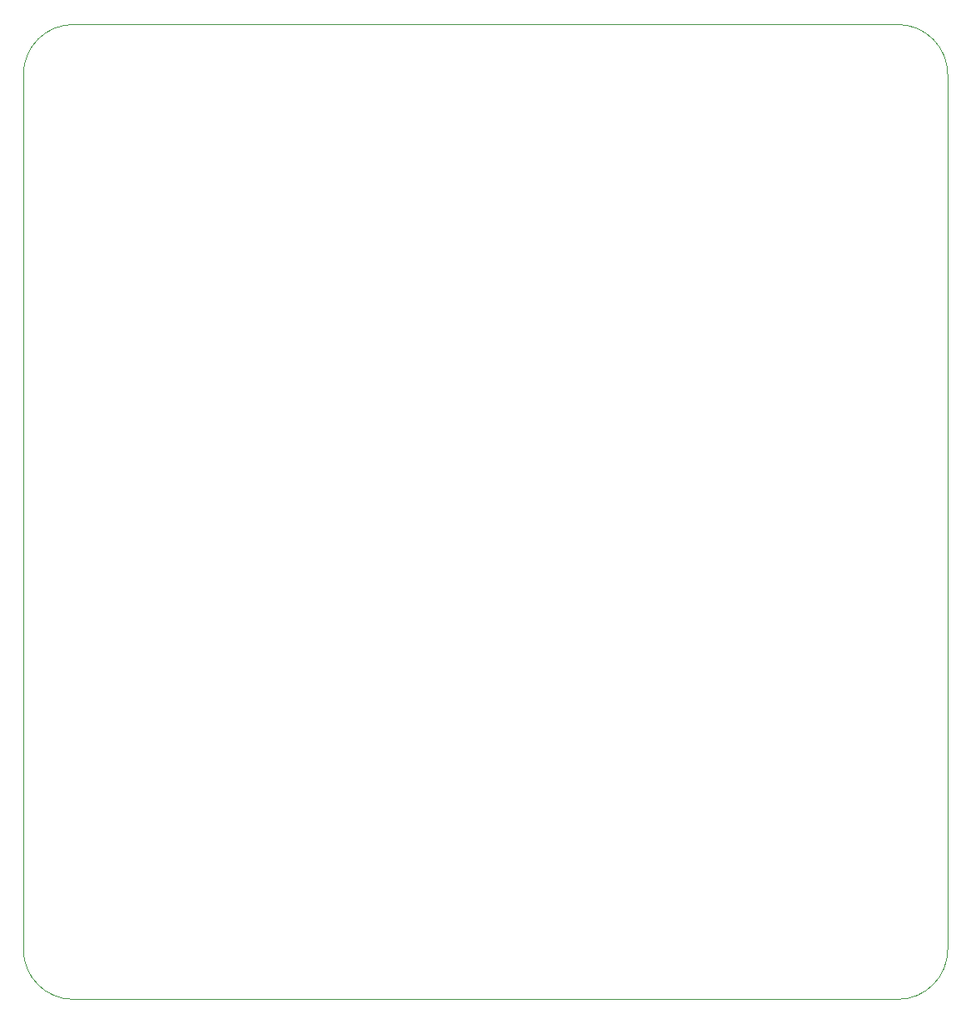
<source format=gm1>
%TF.GenerationSoftware,KiCad,Pcbnew,5.1.4-5.1.4*%
%TF.CreationDate,2019-08-18T00:14:31+10:00*%
%TF.ProjectId,ttlclock,74746c63-6c6f-4636-9b2e-6b696361645f,rev?*%
%TF.SameCoordinates,Original*%
%TF.FileFunction,Profile,NP*%
%FSLAX46Y46*%
G04 Gerber Fmt 4.6, Leading zero omitted, Abs format (unit mm)*
G04 Created by KiCad (PCBNEW 5.1.4-5.1.4) date 2019-08-18 00:14:31*
%MOMM*%
%LPD*%
G04 APERTURE LIST*
%ADD10C,0.050000*%
G04 APERTURE END LIST*
D10*
X172720000Y-48260000D02*
X172720000Y-134620000D01*
X83820000Y-142240000D02*
X167640000Y-142240000D01*
X78740000Y-48260000D02*
X78740000Y-134620000D01*
X83820000Y-43180000D02*
X167640000Y-43180000D01*
X78740000Y-134620000D02*
X78740000Y-137160000D01*
X83820000Y-142240000D02*
G75*
G02X78740000Y-137160000I0J5080000D01*
G01*
X78740000Y-48260000D02*
G75*
G02X83820000Y-43180000I5080000J0D01*
G01*
X172720000Y-134620000D02*
X172720000Y-137160000D01*
X172720000Y-137160000D02*
G75*
G02X167640000Y-142240000I-5080000J0D01*
G01*
X167640000Y-43180000D02*
G75*
G02X172720000Y-48260000I0J-5080000D01*
G01*
M02*

</source>
